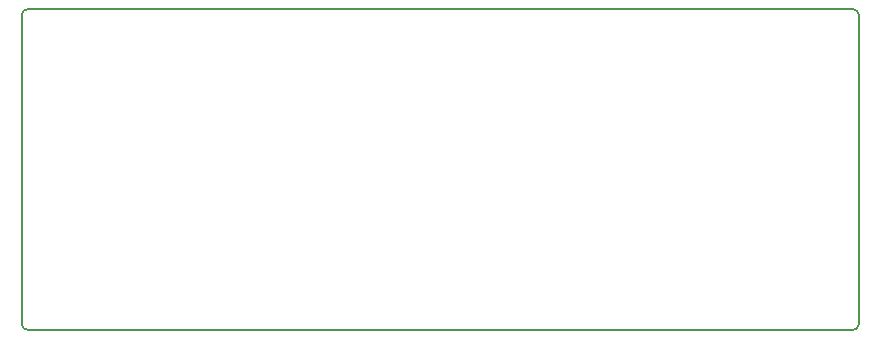
<source format=gm1>
G04 #@! TF.GenerationSoftware,KiCad,Pcbnew,5.0.0-rc2-dev-unknown-r12647-81843c37*
G04 #@! TF.CreationDate,2018-05-28T15:16:23-04:00*
G04 #@! TF.ProjectId,Peapod PCB,506561706F64205043422E6B69636164,rev?*
G04 #@! TF.SameCoordinates,Original*
G04 #@! TF.FileFunction,Profile,NP*
%FSLAX46Y46*%
G04 Gerber Fmt 4.6, Leading zero omitted, Abs format (unit mm)*
G04 Created by KiCad (PCBNEW 5.0.0-rc2-dev-unknown-r12647-81843c37) date Mon May 28 15:16:23 2018*
%MOMM*%
%LPD*%
G01*
G04 APERTURE LIST*
%ADD10C,0.150000*%
G04 APERTURE END LIST*
D10*
X152908000Y-26670000D02*
X152908000Y-26924000D01*
X153416000Y-26162000D02*
G75*
G03X152908000Y-26670000I0J-508000D01*
G01*
X152908000Y-52832000D02*
X152908000Y-26924000D01*
X223266000Y-26162000D02*
X153416000Y-26162000D01*
X223774000Y-52832000D02*
X223774000Y-26670000D01*
X223012000Y-53340000D02*
X223266000Y-53340000D01*
X153416000Y-53340000D02*
X223012000Y-53340000D01*
X223774000Y-26670000D02*
G75*
G03X223266000Y-26162000I-508000J0D01*
G01*
X223266000Y-53340000D02*
G75*
G03X223774000Y-52832000I0J508000D01*
G01*
X152908000Y-52832000D02*
G75*
G03X153416000Y-53340000I508000J0D01*
G01*
M02*

</source>
